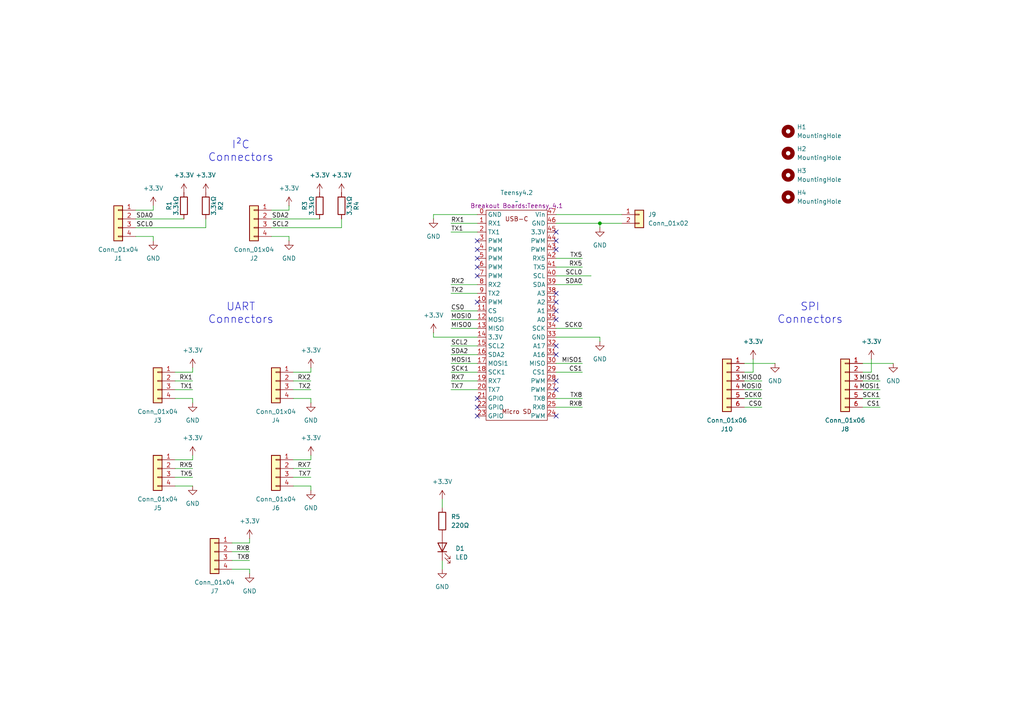
<source format=kicad_sch>
(kicad_sch (version 20231120) (generator "eeschema") (generator_version "8.0")
  (paper "A4")
  (lib_symbols
    (symbol "Breakout Boards:Teensy_4.1"
      (property "Reference" "Teensy4.1" (at 0 0 90))
      (property "Footprint" "Breakout Boards:Teensy_4.1" (at 0 0 0))
      (symbol "Teensy_4.1_0_1"
        (rectangle (start -8.89 30.48) (end 8.89 -30.48))
      )
      (symbol "Teensy_4.1_1_1"
        (text "Micro SD" (at 0 -27.94 0) (effects (font (size 1.27 1.27))))
        (text "USB-C" (at 0 27.94 0) (effects (font (size 1.27 1.27))))
        (pin input line (at -11.43 29.21 0) (length 2.54) (name "GND") (number "0"))
        (pin input line (at -11.43 26.67 0) (length 2.54) (name "RX1") (number "1"))
        (pin input line (at -11.43 3.81 0) (length 2.54) (name "PWM") (number "10"))
        (pin input line (at -11.43 1.27 0) (length 2.54) (name "CS") (number "11"))
        (pin input line (at -11.43 -1.27 0) (length 2.54) (name "MOSI") (number "12"))
        (pin input line (at -11.43 -3.81 0) (length 2.54) (name "MISO") (number "13"))
        (pin input line (at -11.43 -6.35 0) (length 2.54) (name "3.3V") (number "14"))
        (pin input line (at -11.43 -8.89 0) (length 2.54) (name "SCL2") (number "15"))
        (pin input line (at -11.43 -11.43 0) (length 2.54) (name "SDA2") (number "16"))
        (pin input line (at -11.43 -13.97 0) (length 2.54) (name "MOSI1") (number "17"))
        (pin input line (at -11.43 -16.51 0) (length 2.54) (name "SCK1") (number "18"))
        (pin input line (at -11.43 -19.05 0) (length 2.54) (name "RX7") (number "19"))
        (pin input line (at -11.43 24.13 0) (length 2.54) (name "TX1") (number "2"))
        (pin input line (at -11.43 -21.59 0) (length 2.54) (name "TX7") (number "20"))
        (pin input line (at -11.43 -24.13 0) (length 2.54) (name "GPIO") (number "21"))
        (pin input line (at -11.43 -26.67 0) (length 2.54) (name "GPIO") (number "22"))
        (pin input line (at -11.43 -29.21 0) (length 2.54) (name "GPIO") (number "23"))
        (pin input line (at 11.43 -29.21 180) (length 2.54) (name "PWM") (number "24"))
        (pin input line (at 11.43 -26.67 180) (length 2.54) (name "RX8") (number "25"))
        (pin input line (at 11.43 -24.13 180) (length 2.54) (name "TX8") (number "26"))
        (pin input line (at 11.43 -21.59 180) (length 2.54) (name "PWM") (number "27"))
        (pin input line (at 11.43 -19.05 180) (length 2.54) (name "PWM") (number "28"))
        (pin input line (at 11.43 -16.51 180) (length 2.54) (name "CS1") (number "29"))
        (pin input line (at -11.43 21.59 0) (length 2.54) (name "PWM") (number "3"))
        (pin input line (at 11.43 -13.97 180) (length 2.54) (name "MISO") (number "30"))
        (pin input line (at 11.43 -11.43 180) (length 2.54) (name "A16") (number "31"))
        (pin input line (at 11.43 -8.89 180) (length 2.54) (name "A17") (number "32"))
        (pin input line (at 11.43 -6.35 180) (length 2.54) (name "GND") (number "33"))
        (pin input line (at 11.43 -3.81 180) (length 2.54) (name "SCK") (number "34"))
        (pin input line (at 11.43 -1.27 180) (length 2.54) (name "A0") (number "35"))
        (pin input line (at 11.43 1.27 180) (length 2.54) (name "A1") (number "36"))
        (pin input line (at 11.43 3.81 180) (length 2.54) (name "A2") (number "37"))
        (pin input line (at 11.43 6.35 180) (length 2.54) (name "A3") (number "38"))
        (pin input line (at 11.43 8.89 180) (length 2.54) (name "SDA") (number "39"))
        (pin input line (at -11.43 19.05 0) (length 2.54) (name "PWM") (number "4"))
        (pin input line (at 11.43 11.43 180) (length 2.54) (name "SCL") (number "40"))
        (pin input line (at 11.43 13.97 180) (length 2.54) (name "TX5") (number "41"))
        (pin input line (at 11.43 16.51 180) (length 2.54) (name "RX5") (number "42"))
        (pin input line (at 11.43 19.05 180) (length 2.54) (name "PWM") (number "43"))
        (pin input line (at 11.43 21.59 180) (length 2.54) (name "PWM") (number "44"))
        (pin input line (at 11.43 24.13 180) (length 2.54) (name "3.3V") (number "45"))
        (pin input line (at 11.43 26.67 180) (length 2.54) (name "GND") (number "46"))
        (pin input line (at 11.43 29.21 180) (length 2.54) (name "Vin") (number "47"))
        (pin input line (at -11.43 16.51 0) (length 2.54) (name "PWM") (number "5"))
        (pin input line (at -11.43 13.97 0) (length 2.54) (name "PWM") (number "6"))
        (pin input line (at -11.43 11.43 0) (length 2.54) (name "PWM") (number "7"))
        (pin input line (at -11.43 8.89 0) (length 2.54) (name "RX2") (number "8"))
        (pin input line (at -11.43 6.35 0) (length 2.54) (name "TX2") (number "9"))
      )
    )
    (symbol "Connector_Generic:Conn_01x02" (pin_names (offset 1.016) hide)
      (property "Reference" "J" (at 0 2.54 0))
      (property "Value" "Conn_01x02" (at 0 -5.08 0))
      (symbol "Conn_01x02_1_1"
        (rectangle (start -1.27 -2.413) (end 0 -2.667) (stroke (width 0.1524)))
        (rectangle (start -1.27 0.127) (end 0 -0.127) (stroke (width 0.1524)))
        (rectangle (start -1.27 1.27) (end 1.27 -3.81) (stroke (width 0.254)) (fill (type background)))
        (pin passive line (at -5.08 0 0) (length 3.81) (name "Pin_1") (number "1"))
        (pin passive line (at -5.08 -2.54 0) (length 3.81) (name "Pin_2") (number "2"))
      )
    )
    (symbol "Connector_Generic:Conn_01x04" (pin_names (offset 1.016) hide)
      (property "Reference" "J" (at 0 5.08 0))
      (property "Value" "Conn_01x04" (at 0 -7.62 0))
      (symbol "Conn_01x04_1_1"
        (rectangle (start -1.27 -4.953) (end 0 -5.207) (stroke (width 0.1524)))
        (rectangle (start -1.27 -2.413) (end 0 -2.667) (stroke (width 0.1524)))
        (rectangle (start -1.27 0.127) (end 0 -0.127) (stroke (width 0.1524)))
        (rectangle (start -1.27 2.667) (end 0 2.413) (stroke (width 0.1524)))
        (rectangle (start -1.27 3.81) (end 1.27 -6.35) (stroke (width 0.254)) (fill (type background)))
        (pin passive line (at -5.08 2.54 0) (length 3.81) (name "Pin_1") (number "1"))
        (pin passive line (at -5.08 0 0) (length 3.81) (name "Pin_2") (number "2"))
        (pin passive line (at -5.08 -2.54 0) (length 3.81) (name "Pin_3") (number "3"))
        (pin passive line (at -5.08 -5.08 0) (length 3.81) (name "Pin_4") (number "4"))
      )
    )
    (symbol "Connector_Generic:Conn_01x06" (pin_names (offset 1.016) hide)
      (property "Reference" "J" (at 0 7.62 0))
      (property "Value" "Conn_01x06" (at 0 -10.16 0))
      (symbol "Conn_01x06_1_1"
        (rectangle (start -1.27 -7.493) (end 0 -7.747) (stroke (width 0.1524)))
        (rectangle (start -1.27 -4.953) (end 0 -5.207) (stroke (width 0.1524)))
        (rectangle (start -1.27 -2.413) (end 0 -2.667) (stroke (width 0.1524)))
        (rectangle (start -1.27 0.127) (end 0 -0.127) (stroke (width 0.1524)))
        (rectangle (start -1.27 2.667) (end 0 2.413) (stroke (width 0.1524)))
        (rectangle (start -1.27 5.207) (end 0 4.953) (stroke (width 0.1524)))
        (rectangle (start -1.27 6.35) (end 1.27 -8.89) (stroke (width 0.254)) (fill (type background)))
        (pin passive line (at -5.08 5.08 0) (length 3.81) (name "Pin_1") (number "1"))
        (pin passive line (at -5.08 2.54 0) (length 3.81) (name "Pin_2") (number "2"))
        (pin passive line (at -5.08 0 0) (length 3.81) (name "Pin_3") (number "3"))
        (pin passive line (at -5.08 -2.54 0) (length 3.81) (name "Pin_4") (number "4"))
        (pin passive line (at -5.08 -5.08 0) (length 3.81) (name "Pin_5") (number "5"))
        (pin passive line (at -5.08 -7.62 0) (length 3.81) (name "Pin_6") (number "6"))
      )
    )
    (symbol "Device:LED" (pin_numbers hide) (pin_names (offset 1.016) hide)
      (property "Reference" "D" (at 0 2.54 0))
      (property "Value" "LED" (at 0 -2.54 0))
      (symbol "LED_0_1"
        (polyline (pts (xy -1.27 -1.27) (xy -1.27 1.27)) (stroke (width 0.254)))
        (polyline (pts (xy -1.27 0) (xy 1.27 0)))
        (polyline (pts (xy 1.27 -1.27) (xy 1.27 1.27) (xy -1.27 0) (xy 1.27 -1.27)) (stroke (width 0.254)))
        (polyline (pts (xy -3.048 -0.762) (xy -4.572 -2.286) (xy -3.81 -2.286) (xy -4.572 -2.286) (xy -4.572 -1.524)))
        (polyline (pts (xy -1.778 -0.762) (xy -3.302 -2.286) (xy -2.54 -2.286) (xy -3.302 -2.286) (xy -3.302 -1.524)))
      )
      (symbol "LED_1_1"
        (pin passive line (at -3.81 0 0) (length 2.54) (name "K") (number "1"))
        (pin passive line (at 3.81 0 180) (length 2.54) (name "A") (number "2"))
      )
    )
    (symbol "Device:R" (pin_numbers hide) (pin_names (offset 0))
      (property "Reference" "R" (at 2.032 0 90))
      (property "Value" "R" (at 0 0 90))
      (symbol "R_0_1"
        (rectangle (start -1.016 -2.54) (end 1.016 2.54) (stroke (width 0.254)))
      )
      (symbol "R_1_1"
        (pin passive line (at 0 3.81 270) (length 1.27) (name "~") (number "1"))
        (pin passive line (at 0 -3.81 90) (length 1.27) (name "~") (number "2"))
      )
    )
    (symbol "Mechanical:MountingHole" (pin_names (offset 1.016)) (exclude_from_sim yes) (in_bom no)
      (property "Reference" "H" (at 0 5.08 0))
      (property "Value" "MountingHole" (at 0 3.175 0))
      (symbol "MountingHole_0_1"
        (circle (center 0 0) (radius 1.27) (stroke (width 1.27)))
      )
    )
    (symbol "power:+3.3V" (power) (pin_numbers hide) (pin_names (offset 0) hide)
      (property "Value" "+3.3V" (at 0 3.556 0))
      (symbol "+3.3V_0_1"
        (polyline (pts (xy -0.762 1.27) (xy 0 2.54)))
        (polyline (pts (xy 0 0) (xy 0 2.54)))
        (polyline (pts (xy 0 2.54) (xy 0.762 1.27)))
      )
      (symbol "+3.3V_1_1"
        (pin power_in line (at 0 0 90) (length 0) (name "~") (number "1"))
      )
    )
    (symbol "power:GND" (power) (pin_numbers hide) (pin_names (offset 0) hide)
      (property "Value" "GND" (at 0 -3.81 0))
      (symbol "GND_0_1"
        (polyline (pts (xy 0 0) (xy 0 -1.27) (xy 1.27 -1.27) (xy 0 -2.54) (xy -1.27 -1.27) (xy 0 -1.27)))
      )
      (symbol "GND_1_1"
        (pin power_in line (at 0 0 270) (length 0) (name "~") (number "1"))
      )
    )
  )
  (junction (at 173.99 64.77))
  (no_connect (at 161.29 69.85))
  (no_connect (at 161.29 90.17))
  (no_connect (at 161.29 113.03))
  (no_connect (at 138.43 74.93))
  (no_connect (at 161.29 72.39))
  (no_connect (at 161.29 87.63))
  (no_connect (at 161.29 110.49))
  (no_connect (at 161.29 102.87))
  (no_connect (at 161.29 67.31))
  (no_connect (at 138.43 77.47))
  (no_connect (at 138.43 69.85))
  (no_connect (at 161.29 120.65))
  (no_connect (at 161.29 92.71))
  (no_connect (at 138.43 118.11))
  (no_connect (at 161.29 100.33))
  (no_connect (at 138.43 120.65))
  (no_connect (at 138.43 87.63))
  (no_connect (at 138.43 72.39))
  (no_connect (at 138.43 80.01))
  (no_connect (at 138.43 115.57))
  (no_connect (at 161.29 85.09))
  (wire (pts (xy 130.81 110.49) (xy 138.43 110.49)))
  (wire (pts (xy 78.74 63.5) (xy 92.71 63.5)))
  (wire (pts (xy 130.81 64.77) (xy 138.43 64.77)))
  (wire (pts (xy 50.8 140.97) (xy 55.88 140.97)))
  (wire (pts (xy 85.09 107.95) (xy 90.17 107.95)))
  (wire (pts (xy 173.99 66.04) (xy 173.99 64.77)))
  (wire (pts (xy 85.09 110.49) (xy 90.17 110.49)))
  (wire (pts (xy 67.31 160.02) (xy 72.39 160.02)))
  (wire (pts (xy 218.44 104.14) (xy 218.44 107.95)))
  (wire (pts (xy 250.19 118.11) (xy 255.27 118.11)))
  (wire (pts (xy 215.9 110.49) (xy 220.98 110.49)))
  (wire (pts (xy 55.88 106.68) (xy 55.88 107.95)))
  (wire (pts (xy 250.19 105.41) (xy 259.08 105.41)))
  (wire (pts (xy 168.91 118.11) (xy 161.29 118.11)))
  (wire (pts (xy 168.91 77.47) (xy 161.29 77.47)))
  (wire (pts (xy 130.81 107.95) (xy 138.43 107.95)))
  (wire (pts (xy 78.74 60.96) (xy 83.82 60.96)))
  (wire (pts (xy 130.81 82.55) (xy 138.43 82.55)))
  (wire (pts (xy 50.8 113.03) (xy 55.88 113.03)))
  (wire (pts (xy 90.17 132.08) (xy 90.17 133.35)))
  (wire (pts (xy 215.9 107.95) (xy 218.44 107.95)))
  (wire (pts (xy 130.81 100.33) (xy 138.43 100.33)))
  (wire (pts (xy 72.39 156.21) (xy 72.39 157.48)))
  (wire (pts (xy 90.17 106.68) (xy 90.17 107.95)))
  (wire (pts (xy 215.9 115.57) (xy 220.98 115.57)))
  (wire (pts (xy 161.29 62.23) (xy 180.34 62.23)))
  (wire (pts (xy 252.73 104.14) (xy 252.73 107.95)))
  (wire (pts (xy 250.19 110.49) (xy 255.27 110.49)))
  (wire (pts (xy 83.82 59.69) (xy 83.82 60.96)))
  (wire (pts (xy 85.09 138.43) (xy 90.17 138.43)))
  (wire (pts (xy 99.06 63.5) (xy 99.06 66.04)))
  (wire (pts (xy 130.81 67.31) (xy 138.43 67.31)))
  (wire (pts (xy 50.8 107.95) (xy 55.88 107.95)))
  (wire (pts (xy 83.82 68.58) (xy 83.82 69.85)))
  (wire (pts (xy 85.09 133.35) (xy 90.17 133.35)))
  (wire (pts (xy 130.81 90.17) (xy 138.43 90.17)))
  (wire (pts (xy 44.45 59.69) (xy 44.45 60.96)))
  (wire (pts (xy 90.17 140.97) (xy 85.09 140.97)))
  (wire (pts (xy 125.73 62.23) (xy 138.43 62.23)))
  (wire (pts (xy 128.27 165.1) (xy 128.27 162.56)))
  (wire (pts (xy 78.74 68.58) (xy 83.82 68.58)))
  (wire (pts (xy 250.19 107.95) (xy 252.73 107.95)))
  (wire (pts (xy 161.29 107.95) (xy 168.91 107.95)))
  (wire (pts (xy 138.43 97.79) (xy 125.73 97.79)))
  (wire (pts (xy 168.91 74.93) (xy 161.29 74.93)))
  (wire (pts (xy 161.29 97.79) (xy 173.99 97.79)))
  (wire (pts (xy 85.09 113.03) (xy 90.17 113.03)))
  (wire (pts (xy 72.39 165.1) (xy 72.39 166.37)))
  (wire (pts (xy 130.81 102.87) (xy 138.43 102.87)))
  (wire (pts (xy 250.19 115.57) (xy 255.27 115.57)))
  (wire (pts (xy 130.81 92.71) (xy 138.43 92.71)))
  (wire (pts (xy 161.29 105.41) (xy 168.91 105.41)))
  (wire (pts (xy 130.81 105.41) (xy 138.43 105.41)))
  (wire (pts (xy 125.73 63.5) (xy 125.73 62.23)))
  (wire (pts (xy 39.37 60.96) (xy 44.45 60.96)))
  (wire (pts (xy 50.8 110.49) (xy 55.88 110.49)))
  (wire (pts (xy 50.8 138.43) (xy 55.88 138.43)))
  (wire (pts (xy 50.8 133.35) (xy 55.88 133.35)))
  (wire (pts (xy 215.9 118.11) (xy 220.98 118.11)))
  (wire (pts (xy 173.99 64.77) (xy 180.34 64.77)))
  (wire (pts (xy 67.31 157.48) (xy 72.39 157.48)))
  (wire (pts (xy 59.69 63.5) (xy 59.69 66.04)))
  (wire (pts (xy 67.31 162.56) (xy 72.39 162.56)))
  (wire (pts (xy 161.29 80.01) (xy 171.45 80.01)))
  (wire (pts (xy 55.88 132.08) (xy 55.88 133.35)))
  (wire (pts (xy 168.91 115.57) (xy 161.29 115.57)))
  (wire (pts (xy 39.37 66.04) (xy 59.69 66.04)))
  (wire (pts (xy 85.09 135.89) (xy 90.17 135.89)))
  (wire (pts (xy 161.29 64.77) (xy 173.99 64.77)))
  (wire (pts (xy 130.81 85.09) (xy 138.43 85.09)))
  (wire (pts (xy 39.37 68.58) (xy 44.45 68.58)))
  (wire (pts (xy 161.29 95.25) (xy 168.91 95.25)))
  (wire (pts (xy 125.73 96.52) (xy 125.73 97.79)))
  (wire (pts (xy 130.81 95.25) (xy 138.43 95.25)))
  (wire (pts (xy 128.27 144.78) (xy 128.27 147.32)))
  (wire (pts (xy 161.29 82.55) (xy 168.91 82.55)))
  (wire (pts (xy 90.17 115.57) (xy 90.17 116.84)))
  (wire (pts (xy 215.9 105.41) (xy 224.79 105.41)))
  (wire (pts (xy 90.17 142.24) (xy 90.17 140.97)))
  (wire (pts (xy 50.8 135.89) (xy 55.88 135.89)))
  (wire (pts (xy 55.88 115.57) (xy 55.88 116.84)))
  (wire (pts (xy 44.45 68.58) (xy 44.45 69.85)))
  (wire (pts (xy 250.19 113.03) (xy 255.27 113.03)))
  (wire (pts (xy 39.37 63.5) (xy 53.34 63.5)))
  (wire (pts (xy 215.9 113.03) (xy 220.98 113.03)))
  (wire (pts (xy 85.09 115.57) (xy 90.17 115.57)))
  (wire (pts (xy 78.74 66.04) (xy 99.06 66.04)))
  (wire (pts (xy 130.81 113.03) (xy 138.43 113.03)))
  (wire (pts (xy 67.31 165.1) (xy 72.39 165.1)))
  (wire (pts (xy 173.99 97.79) (xy 173.99 99.06)))
  (wire (pts (xy 50.8 115.57) (xy 55.88 115.57)))
  (text "I²C\nConnectors" (at 69.85 43.942 0) (effects (font (size 2.27 2.27))))
  (text "SPI\nConnectors" (at 234.95 90.932 0) (effects (font (size 2.27 2.27))))
  (text "UART\nConnectors" (at 69.85 90.932 0) (effects (font (size 2.27 2.27))))
  (label "RX1" (at 130.81 64.77 0))
  (label "SDA2" (at 130.81 102.87 0))
  (label "SCK0" (at 220.98 115.57 180))
  (label "TX8" (at 72.39 162.56 180))
  (label "RX7" (at 130.81 110.49 0))
  (label "SCL0" (at 44.45 66.04 180))
  (label "SDA0" (at 168.91 82.55 180))
  (label "RX5" (at 55.88 135.89 180))
  (label "MOSI1" (at 130.81 105.41 0))
  (label "MISO1" (at 255.27 110.49 180))
  (label "TX5" (at 55.88 138.43 180))
  (label "SCL2" (at 130.81 100.33 0))
  (label "RX8" (at 72.39 160.02 180))
  (label "TX2" (at 130.81 85.09 0))
  (label "MISO0" (at 130.81 95.25 0))
  (label "TX2" (at 90.17 113.03 180))
  (label "MISO1" (at 168.91 105.41 180))
  (label "MOSI1" (at 255.27 113.03 180))
  (label "TX1" (at 130.81 67.31 0))
  (label "TX8" (at 168.91 115.57 180))
  (label "CS0" (at 130.81 90.17 0))
  (label "TX7" (at 90.17 138.43 180))
  (label "RX7" (at 90.17 135.89 180))
  (label "SCK0" (at 168.91 95.25 180))
  (label "MOSI0" (at 130.81 92.71 0))
  (label "CS1" (at 255.27 118.11 180))
  (label "SDA0" (at 44.45 63.5 180))
  (label "CS0" (at 220.98 118.11 180))
  (label "TX5" (at 168.91 74.93 180))
  (label "RX2" (at 90.17 110.49 180))
  (label "RX5" (at 168.91 77.47 180))
  (label "SCL0" (at 168.91 80.01 180))
  (label "RX1" (at 55.88 110.49 180))
  (label "TX7" (at 130.81 113.03 0))
  (label "SCL2" (at 83.82 66.04 180))
  (label "TX1" (at 55.88 113.03 180))
  (label "SCK1" (at 130.81 107.95 0))
  (label "SDA2" (at 83.82 63.5 180))
  (label "SCK1" (at 255.27 115.57 180))
  (label "MOSI0" (at 220.98 113.03 180))
  (label "CS1" (at 168.91 107.95 180))
  (label "RX8" (at 168.91 118.11 180))
  (label "RX2" (at 130.81 82.55 0))
  (label "MISO0" (at 220.98 110.49 180))
  (symbol (lib_id "Mechanical:MountingHole") (at 228.6 57.15 0) (unit 1) (exclude_from_sim yes) (in_bom no)
    (property "Reference" "H4" (at 231.14 55.8799 0) (effects (justify left)))
    (property "Value" "MountingHole" (at 231.14 58.4199 0) (effects (justify left)))
    (property "Footprint" "MountingHole:MountingHole_3.2mm_M3" (effects (hide yes)))
    (property "Description" "Mounting Hole without connection" (effects (hide yes)))
  )
  (symbol (lib_id "power:+3.3V") (at 59.69 55.88 0) (unit 1)
    (property "Reference" "#PWR024" (effects (hide yes)))
    (property "Value" "+3.3V" (at 59.69 50.8 0))
    (property "Description" "Power symbol creates a global label with name \"+3.3V\"" (effects (hide yes)))
  )
  (symbol (lib_id "power:+3.3V") (at 99.06 55.88 0) (unit 1)
    (property "Reference" "#PWR026" (effects (hide yes)))
    (property "Value" "+3.3V" (at 99.06 50.8 0))
    (property "Description" "Power symbol creates a global label with name \"+3.3V\"" (effects (hide yes)))
  )
  (symbol (lib_id "power:+3.3V") (at 90.17 106.68 0) (unit 1)
    (property "Reference" "#PWR012" (effects (hide yes)))
    (property "Value" "+3.3V" (at 90.17 101.6 0))
    (property "Description" "Power symbol creates a global label with name \"+3.3V\"" (effects (hide yes)))
  )
  (symbol (lib_id "Breakout Boards:Teensy_4.1") (at 149.86 91.44 0) (unit 1)
    (property "Reference" "Teensy4.2" (at 149.86 55.88 0))
    (property "Value" "~" (at 149.86 58.42 0))
    (property "Footprint" "Breakout Boards:Teensy_4.1" (at 149.86 59.69 0))
  )
  (symbol (lib_id "power:+3.3V") (at 125.73 96.52 0) (unit 1)
    (property "Reference" "#PWR09" (effects (hide yes)))
    (property "Value" "+3.3V" (at 125.73 91.44 0))
    (property "Description" "Power symbol creates a global label with name \"+3.3V\"" (effects (hide yes)))
  )
  (symbol (lib_id "power:+3.3V") (at 83.82 59.69 0) (unit 1)
    (property "Reference" "#PWR05" (effects (hide yes)))
    (property "Value" "+3.3V" (at 83.82 54.61 0))
    (property "Description" "Power symbol creates a global label with name \"+3.3V\"" (effects (hide yes)))
  )
  (symbol (lib_id "power:+3.3V") (at 252.73 104.14 0) (unit 1)
    (property "Reference" "#PWR022" (effects (hide yes)))
    (property "Value" "+3.3V" (at 252.73 99.06 0))
    (property "Description" "Power symbol creates a global label with name \"+3.3V\"" (effects (hide yes)))
  )
  (symbol (lib_id "Connector_Generic:Conn_01x06") (at 245.11 110.49 0) (mirror y) (unit 1)
    (property "Reference" "J8" (at 245.11 124.46 0))
    (property "Value" "Conn_01x06" (at 245.11 121.92 0))
    (property "Footprint" "Connector_JST:JST_EH_B6B-EH-A_1x06_P2.50mm_Vertical" (effects (hide yes)))
    (property "Description" "Generic connector, single row, 01x06, script generated (kicad-library-utils/schlib/autogen/connector/)" (effects (hide yes)))
  )
  (symbol (lib_id "Connector_Generic:Conn_01x04") (at 45.72 135.89 0) (mirror y) (unit 1)
    (property "Reference" "J5" (at 45.72 147.32 0))
    (property "Value" "Conn_01x04" (at 45.72 144.78 0))
    (property "Footprint" "Connector_JST:JST_EH_B4B-EH-A_1x04_P2.50mm_Vertical" (effects (hide yes)))
    (property "Description" "Generic connector, single row, 01x04, script generated (kicad-library-utils/schlib/autogen/connector/)" (effects (hide yes)))
  )
  (symbol (lib_id "Device:LED") (at 128.27 158.75 90) (unit 1)
    (property "Reference" "D1" (at 132.08 159.0674 90) (effects (justify right)))
    (property "Value" "LED" (at 132.08 161.6074 90) (effects (justify right)))
    (property "Footprint" "LED_SMD:LED_0805_2012Metric_Pad1.15x1.40mm_HandSolder" (effects (hide yes)))
    (property "Description" "Light emitting diode" (effects (hide yes)))
  )
  (symbol (lib_id "power:+3.3V") (at 218.44 104.14 0) (unit 1)
    (property "Reference" "#PWR020" (effects (hide yes)))
    (property "Value" "+3.3V" (at 218.44 99.06 0))
    (property "Description" "Power symbol creates a global label with name \"+3.3V\"" (effects (hide yes)))
  )
  (symbol (lib_id "Mechanical:MountingHole") (at 228.6 44.45 0) (unit 1) (exclude_from_sim yes) (in_bom no)
    (property "Reference" "H2" (at 231.14 43.1799 0) (effects (justify left)))
    (property "Value" "MountingHole" (at 231.14 45.7199 0) (effects (justify left)))
    (property "Footprint" "MountingHole:MountingHole_3.2mm_M3" (effects (hide yes)))
    (property "Description" "Mounting Hole without connection" (effects (hide yes)))
  )
  (symbol (lib_id "Mechanical:MountingHole") (at 228.6 50.8 0) (unit 1) (exclude_from_sim yes) (in_bom no)
    (property "Reference" "H3" (at 231.14 49.5299 0) (effects (justify left)))
    (property "Value" "MountingHole" (at 231.14 52.0699 0) (effects (justify left)))
    (property "Footprint" "MountingHole:MountingHole_3.2mm_M3" (effects (hide yes)))
    (property "Description" "Mounting Hole without connection" (effects (hide yes)))
  )
  (symbol (lib_id "power:GND") (at 90.17 142.24 0) (unit 1)
    (property "Reference" "#PWR017" (effects (hide yes)))
    (property "Value" "GND" (at 90.17 147.32 0))
    (property "Description" "Power symbol creates a global label with name \"GND\" , ground" (effects (hide yes)))
  )
  (symbol (lib_id "power:+3.3V") (at 55.88 106.68 0) (unit 1)
    (property "Reference" "#PWR010" (effects (hide yes)))
    (property "Value" "+3.3V" (at 55.88 101.6 0))
    (property "Description" "Power symbol creates a global label with name \"+3.3V\"" (effects (hide yes)))
  )
  (symbol (lib_id "power:GND") (at 44.45 69.85 0) (unit 1)
    (property "Reference" "#PWR03" (effects (hide yes)))
    (property "Value" "GND" (at 44.45 74.93 0))
    (property "Description" "Power symbol creates a global label with name \"GND\" , ground" (effects (hide yes)))
  )
  (symbol (lib_id "power:GND") (at 55.88 116.84 0) (unit 1)
    (property "Reference" "#PWR011" (effects (hide yes)))
    (property "Value" "GND" (at 55.88 121.92 0))
    (property "Description" "Power symbol creates a global label with name \"GND\" , ground" (effects (hide yes)))
  )
  (symbol (lib_id "Device:R") (at 99.06 59.69 0) (unit 1)
    (property "Reference" "R4" (at 103.378 59.69 90))
    (property "Value" "3.3kΩ" (at 101.346 59.69 90))
    (property "Footprint" "Resistor_SMD:R_0805_2012Metric_Pad1.20x1.40mm_HandSolder" (effects (hide yes)))
    (property "Description" "Resistor" (effects (hide yes)))
  )
  (symbol (lib_id "power:+3.3V") (at 53.34 55.88 0) (unit 1)
    (property "Reference" "#PWR08" (effects (hide yes)))
    (property "Value" "+3.3V" (at 53.34 50.8 0))
    (property "Description" "Power symbol creates a global label with name \"+3.3V\"" (effects (hide yes)))
  )
  (symbol (lib_id "Connector_Generic:Conn_01x06") (at 210.82 110.49 0) (mirror y) (unit 1)
    (property "Reference" "J10" (at 210.82 124.46 0))
    (property "Value" "Conn_01x06" (at 210.82 121.92 0))
    (property "Footprint" "Connector_JST:JST_EH_B6B-EH-A_1x06_P2.50mm_Vertical" (effects (hide yes)))
    (property "Description" "Generic connector, single row, 01x06, script generated (kicad-library-utils/schlib/autogen/connector/)" (effects (hide yes)))
  )
  (symbol (lib_id "power:+3.3V") (at 44.45 59.69 0) (unit 1)
    (property "Reference" "#PWR04" (effects (hide yes)))
    (property "Value" "+3.3V" (at 44.45 54.61 0))
    (property "Description" "Power symbol creates a global label with name \"+3.3V\"" (effects (hide yes)))
  )
  (symbol (lib_id "power:GND") (at 55.88 140.97 0) (unit 1)
    (property "Reference" "#PWR015" (effects (hide yes)))
    (property "Value" "GND" (at 55.88 146.05 0))
    (property "Description" "Power symbol creates a global label with name \"GND\" , ground" (effects (hide yes)))
  )
  (symbol (lib_id "power:GND") (at 125.73 63.5 0) (unit 1)
    (property "Reference" "#PWR01" (effects (hide yes)))
    (property "Value" "GND" (at 125.73 68.58 0))
    (property "Description" "Power symbol creates a global label with name \"GND\" , ground" (effects (hide yes)))
  )
  (symbol (lib_id "Connector_Generic:Conn_01x04") (at 34.29 63.5 0) (mirror y) (unit 1)
    (property "Reference" "J1" (at 34.29 74.93 0))
    (property "Value" "Conn_01x04" (at 34.29 72.39 0))
    (property "Footprint" "Connector_JST:JST_EH_B4B-EH-A_1x04_P2.50mm_Vertical" (effects (hide yes)))
    (property "Description" "Generic connector, single row, 01x04, script generated (kicad-library-utils/schlib/autogen/connector/)" (effects (hide yes)))
  )
  (symbol (lib_id "power:+3.3V") (at 92.71 55.88 0) (unit 1)
    (property "Reference" "#PWR025" (effects (hide yes)))
    (property "Value" "+3.3V" (at 92.71 50.8 0))
    (property "Description" "Power symbol creates a global label with name \"+3.3V\"" (effects (hide yes)))
  )
  (symbol (lib_id "Mechanical:MountingHole") (at 228.6 38.1 0) (unit 1) (exclude_from_sim yes) (in_bom no)
    (property "Reference" "H1" (at 231.14 36.8299 0) (effects (justify left)))
    (property "Value" "MountingHole" (at 231.14 39.3699 0) (effects (justify left)))
    (property "Footprint" "MountingHole:MountingHole_3.2mm_M3" (effects (hide yes)))
    (property "Description" "Mounting Hole without connection" (effects (hide yes)))
  )
  (symbol (lib_id "power:GND") (at 173.99 99.06 0) (unit 1)
    (property "Reference" "#PWR02" (effects (hide yes)))
    (property "Value" "GND" (at 173.99 104.14 0))
    (property "Description" "Power symbol creates a global label with name \"GND\" , ground" (effects (hide yes)))
  )
  (symbol (lib_id "Connector_Generic:Conn_01x02") (at 185.42 62.23 0) (unit 1)
    (property "Reference" "J9" (at 187.96 62.2299 0) (effects (justify left)))
    (property "Value" "Conn_01x02" (at 187.96 64.7699 0) (effects (justify left)))
    (property "Footprint" "Connector_JST:JST_EH_B2B-EH-A_1x02_P2.50mm_Vertical" (effects (hide yes)))
    (property "Description" "Generic connector, single row, 01x02, script generated (kicad-library-utils/schlib/autogen/connector/)" (effects (hide yes)))
  )
  (symbol (lib_id "Connector_Generic:Conn_01x04") (at 80.01 135.89 0) (mirror y) (unit 1)
    (property "Reference" "J6" (at 80.01 147.32 0))
    (property "Value" "Conn_01x04" (at 80.01 144.78 0))
    (property "Footprint" "Connector_JST:JST_EH_B4B-EH-A_1x04_P2.50mm_Vertical" (effects (hide yes)))
    (property "Description" "Generic connector, single row, 01x04, script generated (kicad-library-utils/schlib/autogen/connector/)" (effects (hide yes)))
  )
  (symbol (lib_id "Connector_Generic:Conn_01x04") (at 45.72 110.49 0) (mirror y) (unit 1)
    (property "Reference" "J3" (at 45.72 121.92 0))
    (property "Value" "Conn_01x04" (at 45.72 119.38 0))
    (property "Footprint" "Connector_JST:JST_EH_B4B-EH-A_1x04_P2.50mm_Vertical" (effects (hide yes)))
    (property "Description" "Generic connector, single row, 01x04, script generated (kicad-library-utils/schlib/autogen/connector/)" (effects (hide yes)))
  )
  (symbol (lib_id "Connector_Generic:Conn_01x04") (at 62.23 160.02 0) (mirror y) (unit 1)
    (property "Reference" "J7" (at 62.23 171.45 0))
    (property "Value" "Conn_01x04" (at 62.23 168.91 0))
    (property "Footprint" "Connector_JST:JST_EH_B4B-EH-A_1x04_P2.50mm_Vertical" (effects (hide yes)))
    (property "Description" "Generic connector, single row, 01x04, script generated (kicad-library-utils/schlib/autogen/connector/)" (effects (hide yes)))
  )
  (symbol (lib_id "power:GND") (at 90.17 116.84 0) (unit 1)
    (property "Reference" "#PWR013" (effects (hide yes)))
    (property "Value" "GND" (at 90.17 121.92 0))
    (property "Description" "Power symbol creates a global label with name \"GND\" , ground" (effects (hide yes)))
  )
  (symbol (lib_id "power:+3.3V") (at 128.27 144.78 0) (unit 1)
    (property "Reference" "#PWR028" (effects (hide yes)))
    (property "Value" "+3.3V" (at 128.27 139.7 0))
    (property "Description" "Power symbol creates a global label with name \"+3.3V\"" (effects (hide yes)))
  )
  (symbol (lib_id "Device:R") (at 53.34 59.69 180) (unit 1)
    (property "Reference" "R1" (at 49.022 59.69 90))
    (property "Value" "3.3kΩ" (at 51.054 59.69 90))
    (property "Footprint" "Resistor_SMD:R_0805_2012Metric_Pad1.20x1.40mm_HandSolder" (effects (hide yes)))
    (property "Description" "Resistor" (effects (hide yes)))
  )
  (symbol (lib_id "power:+3.3V") (at 72.39 156.21 0) (unit 1)
    (property "Reference" "#PWR018" (effects (hide yes)))
    (property "Value" "+3.3V" (at 72.39 151.13 0))
    (property "Description" "Power symbol creates a global label with name \"+3.3V\"" (effects (hide yes)))
  )
  (symbol (lib_id "Connector_Generic:Conn_01x04") (at 73.66 63.5 0) (mirror y) (unit 1)
    (property "Reference" "J2" (at 73.66 74.93 0))
    (property "Value" "Conn_01x04" (at 73.66 72.39 0))
    (property "Footprint" "Connector_JST:JST_EH_B4B-EH-A_1x04_P2.50mm_Vertical" (effects (hide yes)))
    (property "Description" "Generic connector, single row, 01x04, script generated (kicad-library-utils/schlib/autogen/connector/)" (effects (hide yes)))
  )
  (symbol (lib_id "power:+3.3V") (at 55.88 132.08 0) (unit 1)
    (property "Reference" "#PWR014" (effects (hide yes)))
    (property "Value" "+3.3V" (at 55.88 127 0))
    (property "Description" "Power symbol creates a global label with name \"+3.3V\"" (effects (hide yes)))
  )
  (symbol (lib_id "Device:R") (at 59.69 59.69 0) (unit 1)
    (property "Reference" "R2" (at 64.008 59.69 90))
    (property "Value" "3.3kΩ" (at 61.976 59.69 90))
    (property "Footprint" "Resistor_SMD:R_0805_2012Metric_Pad1.20x1.40mm_HandSolder" (effects (hide yes)))
    (property "Description" "Resistor" (effects (hide yes)))
  )
  (symbol (lib_id "Connector_Generic:Conn_01x04") (at 80.01 110.49 0) (mirror y) (unit 1)
    (property "Reference" "J4" (at 80.01 121.92 0))
    (property "Value" "Conn_01x04" (at 80.01 119.38 0))
    (property "Footprint" "Connector_JST:JST_EH_B4B-EH-A_1x04_P2.50mm_Vertical" (effects (hide yes)))
    (property "Description" "Generic connector, single row, 01x04, script generated (kicad-library-utils/schlib/autogen/connector/)" (effects (hide yes)))
  )
  (symbol (lib_id "power:GND") (at 128.27 165.1 0) (unit 1)
    (property "Reference" "#PWR027" (effects (hide yes)))
    (property "Value" "GND" (at 128.27 170.18 0))
    (property "Description" "Power symbol creates a global label with name \"GND\" , ground" (effects (hide yes)))
  )
  (symbol (lib_id "Device:R") (at 92.71 59.69 180) (unit 1)
    (property "Reference" "R3" (at 88.392 59.69 90))
    (property "Value" "3.3kΩ" (at 90.424 59.69 90))
    (property "Footprint" "Resistor_SMD:R_0805_2012Metric_Pad1.20x1.40mm_HandSolder" (effects (hide yes)))
    (property "Description" "Resistor" (effects (hide yes)))
  )
  (symbol (lib_id "power:GND") (at 224.79 105.41 0) (unit 1)
    (property "Reference" "#PWR021" (effects (hide yes)))
    (property "Value" "GND" (at 224.79 110.49 0))
    (property "Description" "Power symbol creates a global label with name \"GND\" , ground" (effects (hide yes)))
  )
  (symbol (lib_id "power:GND") (at 173.99 66.04 0) (unit 1)
    (property "Reference" "#PWR07" (effects (hide yes)))
    (property "Value" "GND" (at 173.99 71.12 0))
    (property "Description" "Power symbol creates a global label with name \"GND\" , ground" (effects (hide yes)))
  )
  (symbol (lib_id "power:+3.3V") (at 90.17 132.08 0) (unit 1)
    (property "Reference" "#PWR016" (effects (hide yes)))
    (property "Value" "+3.3V" (at 90.17 127 0))
    (property "Description" "Power symbol creates a global label with name \"+3.3V\"" (effects (hide yes)))
  )
  (symbol (lib_id "Device:R") (at 128.27 151.13 0) (unit 1)
    (property "Reference" "R5" (at 130.81 149.8599 0) (effects (justify left)))
    (property "Value" "220Ω" (at 130.81 152.3999 0) (effects (justify left)))
    (property "Footprint" "Resistor_SMD:R_0805_2012Metric_Pad1.20x1.40mm_HandSolder" (effects (hide yes)))
    (property "Description" "Resistor" (effects (hide yes)))
  )
  (symbol (lib_id "power:GND") (at 83.82 69.85 0) (unit 1)
    (property "Reference" "#PWR06" (effects (hide yes)))
    (property "Value" "GND" (at 83.82 74.93 0))
    (property "Description" "Power symbol creates a global label with name \"GND\" , ground" (effects (hide yes)))
  )
  (symbol (lib_id "power:GND") (at 72.39 166.37 0) (unit 1)
    (property "Reference" "#PWR019" (effects (hide yes)))
    (property "Value" "GND" (at 72.39 171.45 0))
    (property "Description" "Power symbol creates a global label with name \"GND\" , ground" (effects (hide yes)))
  )
  (symbol (lib_id "power:GND") (at 259.08 105.41 0) (unit 1)
    (property "Reference" "#PWR023" (effects (hide yes)))
    (property "Value" "GND" (at 259.08 110.49 0))
    (property "Description" "Power symbol creates a global label with name \"GND\" , ground" (effects (hide yes)))
  )
)
</source>
